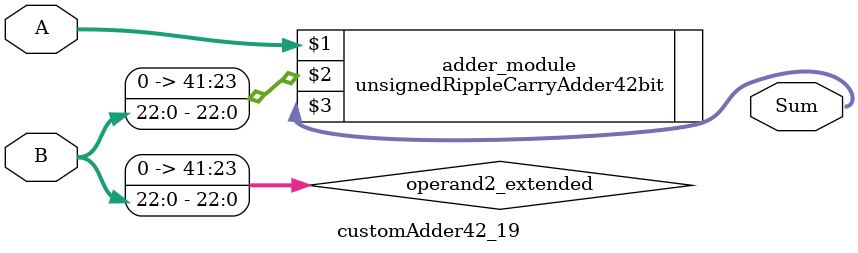
<source format=v>
module customAdder42_19(
                        input [41 : 0] A,
                        input [22 : 0] B,
                        
                        output [42 : 0] Sum
                );

        wire [41 : 0] operand2_extended;
        
        assign operand2_extended =  {19'b0, B};
        
        unsignedRippleCarryAdder42bit adder_module(
            A,
            operand2_extended,
            Sum
        );
        
        endmodule
        
</source>
